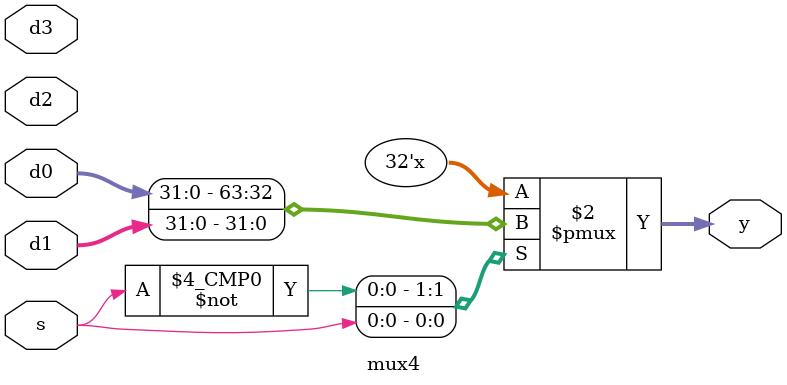
<source format=v>
/*
    BY: zhangnan,20170705
*/
 
//2Â·Ñ¡ÔñÆ÷
module mux4 #(parameter WIDTH=32)(
    input   [WIDTH-1:0]   d0,d1,d2,d3,
    input                 s,//Ñ¡ÔñÐÅºÅ
    output  reg [WIDTH-1:0]   y);
    
    always @(*)
        case (s)
            2'b00:  y <= d0;
            2'b01:  y <= d1;
            2'b10:  y <= d2;
            2'b11:  y <= d3;          
        endcase
endmodule
</source>
